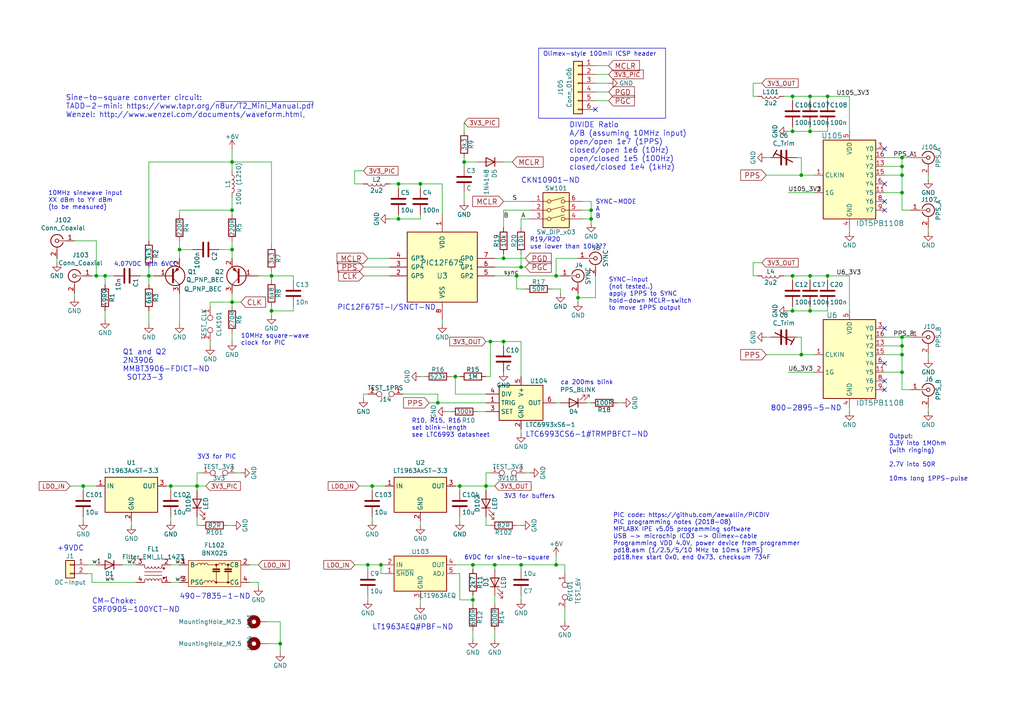
<source format=kicad_sch>
(kicad_sch (version 20230121) (generator eeschema)
  (paper "A4")
  (title_block (title "PICDIV - PPS-board - v3") (rev "2019-01") (company "anders.e.e.wallin \"at\" gmail.com") (comment 1 "2018-08-01 first proto-boards order") (comment 2 "2018-08 revision based on first protoboard, second protoboard run") (comment 3 "2019-01 version3 design, publish on github"))
  (junction (at 229.87 27.94))
  (junction (at 229.87 90.17))
  (junction (at 229.87 80.01))
  (junction (at 229.87 38.1))
  (junction (at 149.86 80.01))
  (junction (at 171.45 63.5))
  (junction (at 121.92 53.34))
  (junction (at 142.24 99.06))
  (junction (at 234.95 27.94))
  (junction (at 137.16 163.83))
  (junction (at 167.64 86.36))
  (junction (at 30.48 80.01))
  (junction (at 261.62 102.87))
  (junction (at 146.05 99.06))
  (junction (at 67.31 87.63))
  (junction (at 234.95 90.17))
  (junction (at 232.41 50.8))
  (junction (at 67.31 60.96))
  (junction (at 78.74 90.17))
  (junction (at 52.07 72.39))
  (junction (at 67.31 46.99))
  (junction (at 110.49 163.83))
  (junction (at 234.95 38.1))
  (junction (at 134.62 46.99))
  (junction (at 137.16 173.99))
  (junction (at 132.08 109.22))
  (junction (at 57.15 140.97))
  (junction (at 78.74 80.01))
  (junction (at 81.28 186.69))
  (junction (at 43.18 80.01))
  (junction (at 161.29 163.83))
  (junction (at 140.97 140.97))
  (junction (at 261.62 48.26))
  (junction (at 151.13 77.47))
  (junction (at 240.03 80.01))
  (junction (at 49.53 140.97))
  (junction (at 232.41 102.87))
  (junction (at 261.62 97.79))
  (junction (at 107.95 140.97))
  (junction (at 24.13 140.97))
  (junction (at 161.29 80.01))
  (junction (at 261.62 50.8))
  (junction (at 67.31 72.39))
  (junction (at 127 116.84))
  (junction (at 115.57 63.5))
  (junction (at 171.45 60.96))
  (junction (at 146.05 74.93))
  (junction (at 234.95 80.01))
  (junction (at 143.51 163.83))
  (junction (at 240.03 27.94))
  (junction (at 133.35 140.97))
  (junction (at 151.13 163.83))
  (junction (at 261.62 45.72))
  (junction (at 27.94 80.01))
  (junction (at 261.62 100.33))
  (junction (at 261.62 55.88))
  (junction (at 261.62 107.95))
  (junction (at 106.68 163.83))
  (junction (at 115.57 53.34))
  (no_connect (at 256.54 53.34))
  (no_connect (at 256.54 58.42))
  (no_connect (at 256.54 43.18))
  (no_connect (at 172.72 31.75))
  (no_connect (at 256.54 113.03))
  (no_connect (at 256.54 95.25))
  (no_connect (at 256.54 105.41))
  (no_connect (at 256.54 110.49))
  (no_connect (at 256.54 60.96))
  (wire (pts (xy 234.95 36.83) (xy 234.95 38.1)))
  (wire (pts (xy 161.29 80.01) (xy 149.86 80.01)))
  (wire (pts (xy 30.48 82.55) (xy 30.48 80.01)))
  (wire (pts (xy 176.53 21.59) (xy 172.72 21.59)))
  (wire (pts (xy 81.28 180.34) (xy 81.28 186.69)))
  (wire (pts (xy 256.54 45.72) (xy 261.62 45.72)))
  (wire (pts (xy 171.45 63.5) (xy 171.45 64.77)))
  (wire (pts (xy 151.13 125.73) (xy 151.13 124.46)))
  (wire (pts (xy 176.53 19.05) (xy 172.72 19.05)))
  (wire (pts (xy 240.03 90.17) (xy 240.03 88.9)))
  (polyline (pts (xy 156.21 13.97) (xy 193.04 13.97)))
  (wire (pts (xy 171.45 116.84) (xy 170.18 116.84)))
  (wire (pts (xy 140.97 99.06) (xy 142.24 99.06)))
  (wire (pts (xy 261.62 55.88) (xy 261.62 50.8)))
  (wire (pts (xy 148.59 46.99) (xy 146.05 46.99)))
  (wire (pts (xy 140.97 119.38) (xy 138.43 119.38)))
  (wire (pts (xy 106.68 163.83) (xy 102.87 163.83)))
  (wire (pts (xy 27.94 140.97) (xy 24.13 140.97)))
  (wire (pts (xy 21.59 86.36) (xy 21.59 85.09)))
  (wire (pts (xy 162.56 83.82) (xy 160.02 83.82)))
  (wire (pts (xy 261.62 60.96) (xy 261.62 55.88)))
  (wire (pts (xy 152.4 74.93) (xy 146.05 74.93)))
  (wire (pts (xy 78.74 71.12) (xy 78.74 46.99)))
  (wire (pts (xy 151.13 109.22) (xy 151.13 99.06)))
  (wire (pts (xy 234.95 38.1) (xy 240.03 38.1)))
  (wire (pts (xy 132.08 163.83) (xy 137.16 163.83)))
  (wire (pts (xy 261.62 45.72) (xy 264.16 45.72)))
  (wire (pts (xy 52.07 168.91) (xy 49.53 168.91)))
  (wire (pts (xy 264.16 60.96) (xy 261.62 60.96)))
  (wire (pts (xy 228.6 90.17) (xy 229.87 90.17)))
  (wire (pts (xy 246.38 119.38) (xy 246.38 118.11)))
  (wire (pts (xy 223.52 97.79) (xy 222.25 97.79)))
  (wire (pts (xy 74.93 80.01) (xy 78.74 80.01)))
  (wire (pts (xy 39.37 163.83) (xy 35.56 163.83)))
  (wire (pts (xy 256.54 107.95) (xy 261.62 107.95)))
  (wire (pts (xy 161.29 163.83) (xy 161.29 161.29)))
  (polyline (pts (xy 193.04 13.97) (xy 193.04 34.29)))
  (wire (pts (xy 78.74 80.01) (xy 85.09 80.01)))
  (wire (pts (xy 67.31 99.06) (xy 67.31 96.52)))
  (wire (pts (xy 25.4 163.83) (xy 27.94 163.83)))
  (wire (pts (xy 143.51 77.47) (xy 151.13 77.47)))
  (wire (pts (xy 261.62 107.95) (xy 261.62 102.87)))
  (wire (pts (xy 229.87 36.83) (xy 229.87 38.1)))
  (wire (pts (xy 246.38 80.01) (xy 240.03 80.01)))
  (wire (pts (xy 27.94 80.01) (xy 30.48 80.01)))
  (wire (pts (xy 134.62 45.72) (xy 134.62 46.99)))
  (wire (pts (xy 55.88 72.39) (xy 52.07 72.39)))
  (wire (pts (xy 128.27 93.98) (xy 128.27 92.71)))
  (wire (pts (xy 240.03 80.01) (xy 234.95 80.01)))
  (wire (pts (xy 143.51 185.42) (xy 143.51 182.88)))
  (wire (pts (xy 78.74 78.74) (xy 78.74 80.01)))
  (wire (pts (xy 140.97 140.97) (xy 140.97 142.24)))
  (wire (pts (xy 151.13 152.4) (xy 149.86 152.4)))
  (wire (pts (xy 111.76 163.83) (xy 110.49 163.83)))
  (wire (pts (xy 113.03 77.47) (xy 105.41 77.47)))
  (wire (pts (xy 151.13 173.99) (xy 151.13 172.72)))
  (wire (pts (xy 121.92 62.23) (xy 121.92 63.5)))
  (wire (pts (xy 168.91 58.42) (xy 171.45 58.42)))
  (wire (pts (xy 43.18 80.01) (xy 43.18 82.55)))
  (wire (pts (xy 163.83 163.83) (xy 163.83 166.37)))
  (wire (pts (xy 246.38 27.94) (xy 240.03 27.94)))
  (wire (pts (xy 142.24 109.22) (xy 140.97 109.22)))
  (wire (pts (xy 52.07 60.96) (xy 67.31 60.96)))
  (wire (pts (xy 16.51 76.2) (xy 16.51 74.93)))
  (wire (pts (xy 138.43 46.99) (xy 134.62 46.99)))
  (wire (pts (xy 261.62 102.87) (xy 261.62 100.33)))
  (wire (pts (xy 26.67 166.37) (xy 25.4 166.37)))
  (wire (pts (xy 229.87 81.28) (xy 229.87 80.01)))
  (wire (pts (xy 229.87 90.17) (xy 234.95 90.17)))
  (wire (pts (xy 102.87 53.34) (xy 105.41 53.34)))
  (wire (pts (xy 140.97 116.84) (xy 127 116.84)))
  (wire (pts (xy 232.41 102.87) (xy 222.25 102.87)))
  (wire (pts (xy 231.14 45.72) (xy 232.41 45.72)))
  (wire (pts (xy 161.29 74.93) (xy 161.29 80.01)))
  (wire (pts (xy 72.39 168.91) (xy 74.93 168.91)))
  (wire (pts (xy 137.16 173.99) (xy 137.16 175.26)))
  (wire (pts (xy 49.53 140.97) (xy 49.53 142.24)))
  (wire (pts (xy 40.64 80.01) (xy 43.18 80.01)))
  (wire (pts (xy 43.18 46.99) (xy 43.18 69.85)))
  (wire (pts (xy 52.07 60.96) (xy 52.07 62.23)))
  (wire (pts (xy 106.68 173.99) (xy 106.68 172.72)))
  (wire (pts (xy 49.53 140.97) (xy 57.15 140.97)))
  (wire (pts (xy 149.86 80.01) (xy 143.51 80.01)))
  (wire (pts (xy 67.31 152.4) (xy 66.04 152.4)))
  (wire (pts (xy 149.86 83.82) (xy 149.86 80.01)))
  (wire (pts (xy 142.24 99.06) (xy 146.05 99.06)))
  (wire (pts (xy 143.51 74.93) (xy 146.05 74.93)))
  (wire (pts (xy 143.51 163.83) (xy 151.13 163.83)))
  (wire (pts (xy 151.13 99.06) (xy 146.05 99.06)))
  (wire (pts (xy 133.35 173.99) (xy 137.16 173.99)))
  (wire (pts (xy 132.08 109.22) (xy 130.81 109.22)))
  (wire (pts (xy 232.41 50.8) (xy 222.25 50.8)))
  (wire (pts (xy 163.83 180.34) (xy 163.83 176.53)))
  (wire (pts (xy 21.59 69.85) (xy 27.94 69.85)))
  (wire (pts (xy 153.67 63.5) (xy 151.13 63.5)))
  (polyline (pts (xy 156.21 34.29) (xy 156.21 13.97)))
  (wire (pts (xy 142.24 99.06) (xy 142.24 109.22)))
  (wire (pts (xy 220.98 24.13) (xy 218.44 24.13)))
  (wire (pts (xy 113.03 74.93) (xy 106.68 74.93)))
  (wire (pts (xy 67.31 57.15) (xy 67.31 60.96)))
  (wire (pts (xy 102.87 49.53) (xy 102.87 53.34)))
  (wire (pts (xy 261.62 100.33) (xy 261.62 97.79)))
  (wire (pts (xy 151.13 163.83) (xy 151.13 165.1)))
  (wire (pts (xy 140.97 137.16) (xy 140.97 140.97)))
  (wire (pts (xy 261.62 48.26) (xy 261.62 45.72)))
  (wire (pts (xy 67.31 69.85) (xy 67.31 72.39)))
  (wire (pts (xy 256.54 50.8) (xy 261.62 50.8)))
  (wire (pts (xy 143.51 140.97) (xy 140.97 140.97)))
  (wire (pts (xy 229.87 88.9) (xy 229.87 90.17)))
  (wire (pts (xy 137.16 172.72) (xy 137.16 173.99)))
  (wire (pts (xy 132.08 166.37) (xy 133.35 166.37)))
  (wire (pts (xy 43.18 77.47) (xy 43.18 80.01)))
  (wire (pts (xy 133.35 151.13) (xy 133.35 149.86)))
  (wire (pts (xy 106.68 165.1) (xy 106.68 163.83)))
  (wire (pts (xy 121.92 63.5) (xy 115.57 63.5)))
  (wire (pts (xy 121.92 152.4) (xy 121.92 151.13)))
  (wire (pts (xy 105.41 114.3) (xy 105.41 115.57)))
  (wire (pts (xy 58.42 137.16) (xy 57.15 137.16)))
  (wire (pts (xy 127 114.3) (xy 127 116.84)))
  (wire (pts (xy 153.67 58.42) (xy 146.05 58.42)))
  (wire (pts (xy 146.05 74.93) (xy 146.05 73.66)))
  (wire (pts (xy 107.95 142.24) (xy 107.95 140.97)))
  (wire (pts (xy 264.16 113.03) (xy 261.62 113.03)))
  (wire (pts (xy 67.31 60.96) (xy 67.31 62.23)))
  (wire (pts (xy 107.95 151.13) (xy 107.95 149.86)))
  (wire (pts (xy 26.67 168.91) (xy 26.67 166.37)))
  (wire (pts (xy 116.84 114.3) (xy 127 114.3)))
  (wire (pts (xy 68.58 137.16) (xy 69.85 137.16)))
  (wire (pts (xy 256.54 100.33) (xy 261.62 100.33)))
  (wire (pts (xy 246.38 67.31) (xy 246.38 66.04)))
  (wire (pts (xy 261.62 97.79) (xy 264.16 97.79)))
  (wire (pts (xy 52.07 72.39) (xy 52.07 74.93)))
  (wire (pts (xy 256.54 97.79) (xy 261.62 97.79)))
  (wire (pts (xy 168.91 60.96) (xy 171.45 60.96)))
  (wire (pts (xy 67.31 87.63) (xy 67.31 88.9)))
  (wire (pts (xy 77.47 186.69) (xy 81.28 186.69)))
  (wire (pts (xy 246.38 38.1) (xy 246.38 27.94)))
  (wire (pts (xy 167.64 86.36) (xy 167.64 87.63)))
  (wire (pts (xy 130.81 119.38) (xy 129.54 119.38)))
  (wire (pts (xy 229.87 38.1) (xy 234.95 38.1)))
  (wire (pts (xy 232.41 45.72) (xy 232.41 50.8)))
  (wire (pts (xy 143.51 175.26) (xy 143.51 172.72)))
  (wire (pts (xy 133.35 140.97) (xy 140.97 140.97)))
  (wire (pts (xy 67.31 43.18) (xy 67.31 46.99)))
  (wire (pts (xy 127 116.84) (xy 124.46 116.84)))
  (wire (pts (xy 137.16 163.83) (xy 143.51 163.83)))
  (wire (pts (xy 234.95 88.9) (xy 234.95 90.17)))
  (wire (pts (xy 269.24 52.07) (xy 269.24 50.8)))
  (wire (pts (xy 234.95 81.28) (xy 234.95 80.01)))
  (wire (pts (xy 153.67 60.96) (xy 146.05 60.96)))
  (wire (pts (xy 269.24 104.14) (xy 269.24 102.87)))
  (wire (pts (xy 229.87 29.21) (xy 229.87 27.94)))
  (wire (pts (xy 240.03 27.94) (xy 234.95 27.94)))
  (wire (pts (xy 176.53 29.21) (xy 172.72 29.21)))
  (wire (pts (xy 234.95 27.94) (xy 229.87 27.94)))
  (wire (pts (xy 152.4 77.47) (xy 151.13 77.47)))
  (wire (pts (xy 232.41 97.79) (xy 232.41 102.87)))
  (wire (pts (xy 113.03 53.34) (xy 115.57 53.34)))
  (wire (pts (xy 146.05 60.96) (xy 146.05 66.04)))
  (wire (pts (xy 24.13 142.24) (xy 24.13 140.97)))
  (wire (pts (xy 132.08 140.97) (xy 133.35 140.97)))
  (wire (pts (xy 24.13 151.13) (xy 24.13 149.86)))
  (wire (pts (xy 228.6 38.1) (xy 229.87 38.1)))
  (wire (pts (xy 110.49 166.37) (xy 110.49 163.83)))
  (wire (pts (xy 161.29 163.83) (xy 163.83 163.83)))
  (wire (pts (xy 115.57 53.34) (xy 121.92 53.34)))
  (wire (pts (xy 256.54 48.26) (xy 261.62 48.26)))
  (wire (pts (xy 137.16 185.42) (xy 137.16 182.88)))
  (wire (pts (xy 132.08 114.3) (xy 140.97 114.3)))
  (wire (pts (xy 78.74 91.44) (xy 78.74 90.17)))
  (wire (pts (xy 220.98 76.2) (xy 218.44 76.2)))
  (wire (pts (xy 43.18 80.01) (xy 44.45 80.01)))
  (wire (pts (xy 146.05 99.06) (xy 146.05 100.33)))
  (wire (pts (xy 151.13 63.5) (xy 151.13 66.04)))
  (wire (pts (xy 133.35 140.97) (xy 133.35 142.24)))
  (wire (pts (xy 59.69 140.97) (xy 57.15 140.97)))
  (wire (pts (xy 134.62 58.42) (xy 134.62 55.88)))
  (wire (pts (xy 223.52 45.72) (xy 222.25 45.72)))
  (wire (pts (xy 52.07 85.09) (xy 52.07 93.98)))
  (wire (pts (xy 151.13 163.83) (xy 161.29 163.83)))
  (wire (pts (xy 234.95 80.01) (xy 229.87 80.01)))
  (wire (pts (xy 85.09 90.17) (xy 78.74 90.17)))
  (wire (pts (xy 218.44 76.2) (xy 218.44 80.01)))
  (wire (pts (xy 115.57 63.5) (xy 113.03 63.5)))
  (wire (pts (xy 234.95 29.21) (xy 234.95 27.94)))
  (wire (pts (xy 121.92 54.61) (xy 121.92 53.34)))
  (wire (pts (xy 85.09 80.01) (xy 85.09 81.28)))
  (wire (pts (xy 24.13 140.97) (xy 20.32 140.97)))
  (wire (pts (xy 26.67 80.01) (xy 27.94 80.01)))
  (wire (pts (xy 229.87 80.01) (xy 227.33 80.01)))
  (wire (pts (xy 30.48 92.71) (xy 30.48 90.17)))
  (wire (pts (xy 128.27 53.34) (xy 128.27 62.23)))
  (wire (pts (xy 123.19 109.22) (xy 121.92 109.22)))
  (wire (pts (xy 57.15 140.97) (xy 57.15 142.24)))
  (wire (pts (xy 60.96 99.06) (xy 60.96 100.33)))
  (wire (pts (xy 140.97 152.4) (xy 142.24 152.4)))
  (wire (pts (xy 63.5 72.39) (xy 67.31 72.39)))
  (wire (pts (xy 57.15 152.4) (xy 58.42 152.4)))
  (wire (pts (xy 162.56 80.01) (xy 161.29 80.01)))
  (wire (pts (xy 151.13 77.47) (xy 151.13 73.66)))
  (wire (pts (xy 52.07 163.83) (xy 49.53 163.83)))
  (wire (pts (xy 39.37 168.91) (xy 26.67 168.91)))
  (wire (pts (xy 234.95 90.17) (xy 240.03 90.17)))
  (wire (pts (xy 43.18 93.98) (xy 43.18 90.17)))
  (wire (pts (xy 110.49 163.83) (xy 106.68 163.83)))
  (wire (pts (xy 69.85 87.63) (xy 67.31 87.63)))
  (wire (pts (xy 219.71 27.94) (xy 218.44 27.94)))
  (wire (pts (xy 180.34 116.84) (xy 179.07 116.84)))
  (wire (pts (xy 140.97 149.86) (xy 140.97 152.4)))
  (wire (pts (xy 43.18 46.99) (xy 67.31 46.99)))
  (wire (pts (xy 219.71 80.01) (xy 218.44 80.01)))
  (wire (pts (xy 132.08 109.22) (xy 132.08 114.3)))
  (wire (pts (xy 168.91 63.5) (xy 171.45 63.5)))
  (wire (pts (xy 78.74 90.17) (xy 78.74 88.9)))
  (wire (pts (xy 152.4 83.82) (xy 149.86 83.82)))
  (wire (pts (xy 229.87 27.94) (xy 227.33 27.94)))
  (wire (pts (xy 133.35 166.37) (xy 133.35 173.99)))
  (wire (pts (xy 78.74 46.99) (xy 67.31 46.99)))
  (wire (pts (xy 115.57 54.61) (xy 115.57 53.34)))
  (wire (pts (xy 133.35 109.22) (xy 132.08 109.22)))
  (wire (pts (xy 269.24 67.31) (xy 269.24 66.04)))
  (wire (pts (xy 49.53 151.13) (xy 49.53 149.86)))
  (wire (pts (xy 52.07 69.85) (xy 52.07 72.39)))
  (wire (pts (xy 134.62 46.99) (xy 134.62 48.26)))
  (wire (pts (xy 67.31 46.99) (xy 67.31 49.53)))
  (wire (pts (xy 107.95 140.97) (xy 104.14 140.97)))
  (wire (pts (xy 143.51 163.83) (xy 143.51 165.1)))
  (wire (pts (xy 113.03 80.01) (xy 105.41 80.01)))
  (wire (pts (xy 105.41 49.53) (xy 102.87 49.53)))
  (wire (pts (xy 72.39 163.83) (xy 74.93 163.83)))
  (wire (pts (xy 57.15 137.16) (xy 57.15 140.97)))
  (wire (pts (xy 231.14 97.79) (xy 232.41 97.79)))
  (wire (pts (xy 111.76 166.37) (xy 110.49 166.37)))
  (wire (pts (xy 162.56 85.09) (xy 162.56 83.82)))
  (wire (pts (xy 236.22 102.87) (xy 232.41 102.87)))
  (wire (pts (xy 121.92 53.34) (xy 128.27 53.34)))
  (wire (pts (xy 167.64 85.09) (xy 167.64 86.36)))
  (wire (pts (xy 121.92 175.26) (xy 121.92 173.99)))
  (wire (pts (xy 240.03 80.01) (xy 240.03 81.28)))
  (wire (pts (xy 85.09 88.9) (xy 85.09 90.17)))
  (wire (pts (xy 67.31 72.39) (xy 67.31 74.93)))
  (wire (pts (xy 60.96 87.63) (xy 60.96 88.9)))
  (wire (pts (xy 67.31 87.63) (xy 60.96 87.63)))
  (wire (pts (xy 134.62 38.1) (xy 134.62 35.56)))
  (wire (pts (xy 27.94 69.85) (xy 27.94 80.01)))
  (wire (pts (xy 269.24 119.38) (xy 269.24 118.11)))
  (wire (pts (xy 77.47 180.34) (xy 81.28 180.34)))
  (wire (pts (xy 162.56 116.84) (xy 161.29 116.84)))
  (wire (pts (xy 256.54 55.88) (xy 261.62 55.88)))
  (wire (pts (xy 246.38 90.17) (xy 246.38 80.01)))
  (wire (pts (xy 57.15 149.86) (xy 57.15 152.4)))
  (wire (pts (xy 78.74 80.01) (xy 78.74 81.28)))
  (wire (pts (xy 261.62 113.03) (xy 261.62 107.95)))
  (wire (pts (xy 152.4 137.16) (xy 153.67 137.16)))
  (wire (pts (xy 115.57 62.23) (xy 115.57 63.5)))
  (wire (pts (xy 67.31 85.09) (xy 67.31 87.63)))
  (wire (pts (xy 161.29 74.93) (xy 167.64 74.93)))
  (wire (pts (xy 142.24 137.16) (xy 140.97 137.16)))
  (wire (pts (xy 236.22 50.8) (xy 232.41 50.8)))
  (wire (pts (xy 74.93 168.91) (xy 74.93 170.18)))
  (wire (pts (xy 48.26 140.97) (xy 49.53 140.97)))
  (wire (pts (xy 81.28 186.69) (xy 81.28 189.23)))
  (wire (pts (xy 176.53 26.67) (xy 172.72 26.67)))
  (wire (pts (xy 38.1 152.4) (xy 38.1 151.13)))
  (wire (pts (xy 137.16 163.83) (xy 137.16 165.1)))
  (polyline (pts (xy 193.04 34.29) (xy 156.21 34.29)))
  (wire (pts (xy 256.54 102.87) (xy 261.62 102.87)))
  (wire (pts (xy 30.48 80.01) (xy 33.02 80.01)))
  (wire (pts (xy 171.45 60.96) (xy 171.45 63.5)))
  (wire (pts (xy 236.22 55.88) (xy 228.6 55.88)))
  (wire (pts (xy 106.68 114.3) (xy 105.41 114.3)))
  (wire (pts (xy 240.03 38.1) (xy 240.03 36.83)))
  (wire (pts (xy 176.53 24.13) (xy 172.72 24.13)))
  (wire (pts (xy 111.76 140.97) (xy 107.95 140.97)))
  (wire (pts (xy 240.03 27.94) (xy 240.03 29.21)))
  (wire (pts (xy 218.44 24.13) (xy 218.44 27.94)))
  (wire (pts (xy 236.22 107.95) (xy 228.6 107.95)))
  (wire (pts (xy 172.72 80.01) (xy 172.72 86.36)))
  (wire (pts (xy 261.62 50.8) (xy 261.62 48.26)))
  (wire (pts (xy 171.45 58.42) (xy 171.45 60.96)))
  (wire (pts (xy 172.72 86.36) (xy 167.64 86.36)))
  (text "LT1963AEQ#PBF-ND" (at 107.95 182.88 0) (effects (font (size 1.524 1.524)) (justify left bottom)))
  (text "PIC code: https://github.com/aewallin/PICDIV\nPIC programming notes (2018-08)\nMPLABX IPE v5.05 programming software\nUSB -> microchip ICD3 -> Olimex-cable\nProgramming VDD 4.0V, power device from programmer\npd18.asm (1/2.5/5/10 MHz to 10ms 1PPS)\npd18.hex start 0x0, end 0x73. checksum 734F\n" (at 177.8 162.56 0) (effects (font (size 1.27 1.27)) (justify left bottom)))
  (text "+9VDC" (at 16.51 160.02 0) (effects (font (size 1.524 1.524)) (justify left bottom)))
  (text "10MHz square-wave \nclock for PIC" (at 69.85 100.33 0) (effects (font (size 1.27 1.27)) (justify left bottom)))
  (text "DIVIDE Ratio\nA/B (assuming 10MHz input)\nopen/open 1e7 (1PPS)\nclosed/open 1e6 (10Hz)\nopen/closed 1e5 (100Hz)\nclosed/closed 1e4 (1kHz)\n" (at 165.1 49.53 0) (effects (font (size 1.524 1.524)) (justify left bottom)))
  (text "Output:\n3.3V into 1MOhm \n(with ringing)\n\n2.7V into 50R\n\n10ms long 1PPS-pulse" (at 257.81 139.7 0) (effects (font (size 1.27 1.27)) (justify left bottom)))
  (text "ca 200ms blink" (at 162.56 111.76 0) (effects (font (size 1.27 1.27)) (justify left bottom)))
  (text "SYNC-MODE\nA\nB" (at 172.72 63.5 0) (effects (font (size 1.27 1.27)) (justify left bottom)))
  (text "R10, R15, R16\nset blink-length\nsee LTC6993 datasheet" (at 119.38 127 0) (effects (font (size 1.27 1.27)) (justify left bottom)))
  (text "LTC6993CS6-1#TRMPBFCT-ND" (at 152.4 127 0) (effects (font (size 1.524 1.524)) (justify left bottom)))
  (text "CKN10901-ND " (at 151.13 53.34 0) (effects (font (size 1.524 1.524)) (justify left bottom)))
  (text "3V3 for buffers" (at 146.05 144.78 0) (effects (font (size 1.27 1.27)) (justify left bottom)))
  (text "Sine-to-square converter circuit:\nTADD-2-mini: https://www.tapr.org/~{n8ur/T2_Mini_Manual.pdf} \nWenzel: http://www.wenzel.com/documents/waveform.html," (at 19.05 34.29 0) (effects (font (size 1.524 1.524)) (justify left bottom)))
  (text "CM-Choke:\nSRF0905-100YCT-ND " (at 26.67 177.8 0) (effects (font (size 1.524 1.524)) (justify left bottom)))
  (text "490-7835-1-ND" (at 52.07 173.99 0) (effects (font (size 1.524 1.524)) (justify left bottom)))
  (text "Olimex-style 100mil ICSP header" (at 157.48 16.51 0) (effects (font (size 1.27 1.27)) (justify left bottom)))
  (text "R19/R20\nuse lower than 10k???" (at 153.67 72.39 0) (effects (font (size 1.27 1.27)) (justify left bottom)))
  (text "\nQ1 and Q2\n2N3906\nMMBT3906-FDICT-ND  \n SOT23-3" (at 35.56 110.49 0) (effects (font (size 1.524 1.524)) (justify left bottom)))
  (text "800-2895-5-ND" (at 223.52 119.38 0) (effects (font (size 1.524 1.524)) (justify left bottom)))
  (text "6VDC for sine-to-square" (at 134.62 162.56 0) (effects (font (size 1.27 1.27)) (justify left bottom)))
  (text "3V3 for PIC" (at 57.15 133.35 0) (effects (font (size 1.27 1.27)) (justify left bottom)))
  (text "10MHz sinewave input\nXX dBm to YY dBm \n(to be measured)" (at 13.97 60.96 0) (effects (font (size 1.27 1.27)) (justify left bottom)))
  (text "PIC12F675T-I/SNCT-ND" (at 97.79 90.17 0) (effects (font (size 1.524 1.524)) (justify left bottom)))
  (text "SYNC-input\n(not tested..)\napply 1PPS to SYNC\nhold-down MCLR-switch\nto move 1PPS output" (at 176.53 90.17 0) (effects (font (size 1.27 1.27)) (justify left bottom)))
  (text "4.07VDC with 6VCC" (at 33.02 77.47 0) (effects (font (size 1.27 1.27)) (justify left bottom)))
  (label "U105_3V3" (at 242.57 27.94 0))
  (label "PPS_B" (at 259.08 97.79 0))
  (label "U6_3V3" (at 242.57 80.01 0))
  (label "B" (at 146.05 63.5 0))
  (label "w1" (at 26.67 163.83 0))
  (label "U6_3V3" (at 228.6 107.95 0))
  (label "sync" (at 146.05 80.01 0))
  (label "PPS_A" (at 259.08 45.72 0))
  (label "w4" (at 30.48 168.91 0))
  (label "w3" (at 50.8 163.83 0))
  (label "S" (at 148.59 58.42 0))
  (label "A" (at 151.13 63.5 0))
  (label "w5" (at 50.8 168.91 0))
  (label "U105_3V3" (at 228.6 55.88 0))
  (label "w2" (at 36.83 163.83 0))
  (global_label "3V3_PIC" (shape input) (at 105.41 49.53 0) (property "Intersheetrefs" "${INTERSHEET_REFS}" (effects hide)))
  (global_label "3V3_PIC" (shape input) (at 59.69 140.97 0) (property "Intersheetrefs" "${INTERSHEET_REFS}" (effects hide)))
  (global_label "PPS" (shape input) (at 105.41 77.47 180) (effects (font (size 1.524 1.524))) (property "Intersheetrefs" "${INTERSHEET_REFS}" (effects hide)))
  (global_label "LDO_IN" (shape input) (at 74.93 163.83 0) (property "Intersheetrefs" "${INTERSHEET_REFS}" (effects hide)))
  (global_label "3V3_OUT" (shape input) (at 143.51 140.97 0) (property "Intersheetrefs" "${INTERSHEET_REFS}" (effects hide)))
  (global_label "3V3_PIC" (shape input) (at 134.62 35.56 0) (property "Intersheetrefs" "${INTERSHEET_REFS}" (effects hide)))
  (global_label "PPS" (shape input) (at 222.25 50.8 180) (effects (font (size 1.524 1.524))) (property "Intersheetrefs" "${INTERSHEET_REFS}" (effects hide)))
  (global_label "3V3_OUT" (shape input) (at 220.98 76.2 0) (property "Intersheetrefs" "${INTERSHEET_REFS}" (effects hide)))
  (global_label "PPS" (shape input) (at 222.25 102.87 180) (effects (font (size 1.524 1.524))) (property "Intersheetrefs" "${INTERSHEET_REFS}" (effects hide)))
  (global_label "PPS" (shape input) (at 124.46 116.84 180) (effects (font (size 1.524 1.524))) (property "Intersheetrefs" "${INTERSHEET_REFS}" (effects hide)))
  (global_label "CLK" (shape input) (at 105.41 80.01 180) (effects (font (size 1.524 1.524))) (property "Intersheetrefs" "${INTERSHEET_REFS}" (effects hide)))
  (global_label "MCLR" (shape input) (at 146.05 58.42 180) (effects (font (size 1.524 1.524))) (property "Intersheetrefs" "${INTERSHEET_REFS}" (effects hide)))
  (global_label "CLK" (shape input) (at 69.85 87.63 0) (effects (font (size 1.524 1.524))) (property "Intersheetrefs" "${INTERSHEET_REFS}" (effects hide)))
  (global_label "3V3_PIC" (shape input) (at 176.53 21.59 0) (property "Intersheetrefs" "${INTERSHEET_REFS}" (effects hide)))
  (global_label "MCLR" (shape input) (at 148.59 46.99 0) (effects (font (size 1.524 1.524))) (property "Intersheetrefs" "${INTERSHEET_REFS}" (effects hide)))
  (global_label "PGD" (shape input) (at 152.4 74.93 0) (effects (font (size 1.524 1.524))) (property "Intersheetrefs" "${INTERSHEET_REFS}" (effects hide)))
  (global_label "3V3_OUT" (shape input) (at 220.98 24.13 0) (property "Intersheetrefs" "${INTERSHEET_REFS}" (effects hide)))
  (global_label "PGC" (shape input) (at 176.53 29.21 0) (effects (font (size 1.524 1.524))) (property "Intersheetrefs" "${INTERSHEET_REFS}" (effects hide)))
  (global_label "LDO_IN" (shape input) (at 102.87 163.83 180) (property "Intersheetrefs" "${INTERSHEET_REFS}" (effects hide)))
  (global_label "LDO_IN" (shape input) (at 20.32 140.97 180) (property "Intersheetrefs" "${INTERSHEET_REFS}" (effects hide)))
  (global_label "PGC" (shape input) (at 152.4 77.47 0) (effects (font (size 1.524 1.524))) (property "Intersheetrefs" "${INTERSHEET_REFS}" (effects hide)))
  (global_label "LDO_IN" (shape input) (at 104.14 140.97 180) (property "Intersheetrefs" "${INTERSHEET_REFS}" (effects hide)))
  (global_label "PGD" (shape input) (at 176.53 26.67 0) (effects (font (size 1.524 1.524))) (property "Intersheetrefs" "${INTERSHEET_REFS}" (effects hide)))
  (global_label "MCLR" (shape input) (at 106.68 74.93 180) (effects (font (size 1.524 1.524))) (property "Intersheetrefs" "${INTERSHEET_REFS}" (effects hide)))
  (global_label "MCLR" (shape input) (at 176.53 19.05 0) (effects (font (size 1.524 1.524))) (property "Intersheetrefs" "${INTERSHEET_REFS}" (effects hide)))
  (global_label "3V3_OUT" (shape input) (at 140.97 99.06 180) (property "Intersheetrefs" "${INTERSHEET_REFS}" (effects hide)))
  (symbol (lib_id "MCU_Microchip_PIC12:PIC12F675-ISN") (at 128.27 77.47 0) (mirror y) (unit 1)
    (property "Reference" "U3" (at 128.27 80.01 0) (effects (font (size 1.524 1.524))))
    (property "Value" "PIC12F675" (at 128.27 76.2 0) (effects (font (size 1.524 1.524))))
    (property "Footprint" "Package_SO:SOIC-8_3.9x4.9mm_P1.27mm" (effects hide))
  )
  (symbol (lib_id "Device:C") (at 121.92 58.42 0) (unit 1)
    (property "Reference" "C4" (at 122.555 55.88 0) (effects (justify left)))
    (property "Value" "100n" (at 122.555 60.96 0) (effects (justify left)))
    (property "Footprint" "Capacitor_SMD:C_0805_2012Metric" (effects hide))
  )
  (symbol (lib_id "Device:C") (at 115.57 58.42 0) (unit 1)
    (property "Reference" "C5" (at 116.205 55.88 0) (effects (justify left)))
    (property "Value" "10u" (at 116.205 60.96 0) (effects (justify left)))
    (property "Footprint" "Capacitor_SMD:C_0805_2012Metric" (effects hide))
  )
  (symbol (lib_id "Device:L") (at 109.22 53.34 270) (unit 1)
    (property "Reference" "L2" (at 109.22 52.07 90))
    (property "Value" "2u2" (at 109.22 55.245 90))
    (property "Footprint" "Inductor_SMD:L_0805_2012Metric" (effects hide))
  )
  (symbol (lib_id "power:GND") (at 21.59 86.36 0) (unit 1)
    (property "Reference" "#PWR03" (effects hide))
    (property "Value" "GND" (at 21.59 90.17 0))
  )
  (symbol (lib_id "Device:R") (at 30.48 86.36 0) (unit 1)
    (property "Reference" "R1" (at 32.512 86.36 90))
    (property "Value" "49R9" (at 30.48 86.36 90))
    (property "Footprint" "Resistor_SMD:R_0805_2012Metric" (effects hide))
  )
  (symbol (lib_id "Device:C") (at 36.83 80.01 270) (unit 1)
    (property "Reference" "C1" (at 39.37 80.645 0) (effects (justify left)))
    (property "Value" "10n" (at 34.29 80.645 0) (effects (justify left)))
    (property "Footprint" "Capacitor_SMD:C_0805_2012Metric" (effects hide))
  )
  (symbol (lib_id "Device:R") (at 43.18 86.36 0) (unit 1)
    (property "Reference" "R3" (at 45.212 86.36 90))
    (property "Value" "6k8" (at 43.18 86.36 90))
    (property "Footprint" "Resistor_SMD:R_0805_2012Metric" (effects hide))
  )
  (symbol (lib_id "Device:R") (at 43.18 73.66 0) (unit 1)
    (property "Reference" "R2" (at 45.212 73.66 90))
    (property "Value" "3k3" (at 43.18 73.66 90))
    (property "Footprint" "Resistor_SMD:R_0805_2012Metric" (effects hide))
  )
  (symbol (lib_id "Device:R") (at 52.07 66.04 0) (unit 1)
    (property "Reference" "R4" (at 54.102 66.04 90))
    (property "Value" "220R" (at 52.07 66.04 90))
    (property "Footprint" "Resistor_SMD:R_0805_2012Metric" (effects hide))
  )
  (symbol (lib_id "Device:C") (at 59.69 72.39 270) (unit 1)
    (property "Reference" "C2" (at 62.23 73.025 0) (effects (justify left)))
    (property "Value" "100n" (at 57.15 73.025 0) (effects (justify left)))
    (property "Footprint" "Capacitor_SMD:C_0805_2012Metric" (effects hide))
  )
  (symbol (lib_id "Device:R") (at 67.31 66.04 0) (unit 1)
    (property "Reference" "R5" (at 69.342 66.04 90))
    (property "Value" "220R" (at 67.31 66.04 90))
    (property "Footprint" "Resistor_SMD:R_0805_2012Metric" (effects hide))
  )
  (symbol (lib_id "Device:R") (at 78.74 85.09 0) (unit 1)
    (property "Reference" "R8" (at 80.772 85.09 90))
    (property "Value" "6k8" (at 78.74 85.09 90))
    (property "Footprint" "Resistor_SMD:R_0805_2012Metric" (effects hide))
  )
  (symbol (lib_id "Device:R") (at 78.74 74.93 0) (unit 1)
    (property "Reference" "R7" (at 80.772 74.93 90))
    (property "Value" "3k3" (at 78.74 74.93 90))
    (property "Footprint" "Resistor_SMD:R_0805_2012Metric" (effects hide))
  )
  (symbol (lib_id "Device:L") (at 67.31 53.34 0) (unit 1)
    (property "Reference" "L1" (at 66.04 53.34 90))
    (property "Value" "100u (1210)" (at 69.215 53.34 90))
    (property "Footprint" "Inductor_SMD:L_1210_3225Metric" (effects hide))
  )
  (symbol (lib_id "Device:R") (at 67.31 92.71 0) (unit 1)
    (property "Reference" "R6" (at 69.342 92.71 90))
    (property "Value" "270R" (at 67.31 92.71 90))
    (property "Footprint" "Resistor_SMD:R_0805_2012Metric" (effects hide))
  )
  (symbol (lib_id "power:GND") (at 30.48 92.71 0) (unit 1)
    (property "Reference" "#PWR04" (effects hide))
    (property "Value" "GND" (at 30.48 96.52 0))
  )
  (symbol (lib_id "power:GND") (at 43.18 93.98 0) (unit 1)
    (property "Reference" "#PWR05" (effects hide))
    (property "Value" "GND" (at 43.18 97.79 0))
  )
  (symbol (lib_id "power:GND") (at 52.07 93.98 0) (unit 1)
    (property "Reference" "#PWR06" (effects hide))
    (property "Value" "GND" (at 52.07 97.79 0))
  )
  (symbol (lib_id "power:GND") (at 67.31 99.06 0) (unit 1)
    (property "Reference" "#PWR07" (effects hide))
    (property "Value" "GND" (at 67.31 102.87 0))
  )
  (symbol (lib_id "power:GND") (at 78.74 91.44 0) (unit 1)
    (property "Reference" "#PWR08" (effects hide))
    (property "Value" "GND" (at 78.74 95.25 0))
  )
  (symbol (lib_id "power:+6V") (at 67.31 43.18 0) (unit 1)
    (property "Reference" "#PWR09" (effects hide))
    (property "Value" "+6V" (at 67.31 39.624 0))
  )
  (symbol (lib_id "Connector_Generic:Conn_01x02") (at 20.32 163.83 0) (mirror y) (unit 1)
    (property "Reference" "J1" (at 20.32 161.29 0))
    (property "Value" "DC-Input" (at 20.32 168.91 0))
    (property "Footprint" "Connectors_Terminal_Blocks:TerminalBlock_bornier-2_P5.08mm" (effects hide))
  )
  (symbol (lib_id "power:GND") (at 74.93 170.18 0) (unit 1)
    (property "Reference" "#PWR011" (effects hide))
    (property "Value" "GND" (at 74.93 173.99 0))
  )
  (symbol (lib_id "Device:R") (at 137.16 168.91 0) (unit 1)
    (property "Reference" "R11" (at 139.192 168.91 90))
    (property "Value" "2k7" (at 137.16 168.91 90))
    (property "Footprint" "Resistor_SMD:R_0805_2012Metric" (effects hide))
  )
  (symbol (lib_id "Device:R") (at 137.16 179.07 0) (unit 1)
    (property "Reference" "R12" (at 139.192 179.07 90))
    (property "Value" "680R" (at 137.16 179.07 90))
    (property "Footprint" "Resistor_SMD:R_0805_2012Metric" (effects hide))
  )
  (symbol (lib_id "Device:C") (at 151.13 168.91 0) (mirror x) (unit 1)
    (property "Reference" "C7" (at 151.765 171.45 0) (effects (justify left)))
    (property "Value" "10u" (at 151.765 166.37 0) (effects (justify left)))
    (property "Footprint" "Capacitor_SMD:C_0805_2012Metric" (effects hide))
  )
  (symbol (lib_id "Device:C") (at 106.68 168.91 0) (unit 1)
    (property "Reference" "C9" (at 107.315 166.37 0) (effects (justify left)))
    (property "Value" "10u" (at 107.315 171.45 0) (effects (justify left)))
    (property "Footprint" "Capacitor_SMD:C_0805_2012Metric" (effects hide))
  )
  (symbol (lib_id "Device:LED") (at 143.51 168.91 90) (unit 1)
    (property "Reference" "D3" (at 140.97 168.91 0))
    (property "Value" "LED" (at 146.05 168.91 0))
    (property "Footprint" "LED_SMD:LED_0805_2012Metric" (effects hide))
  )
  (symbol (lib_id "power:GND") (at 137.16 185.42 0) (unit 1)
    (property "Reference" "#PWR013" (effects hide))
    (property "Value" "GND" (at 137.16 189.23 0))
  )
  (symbol (lib_id "Device:R") (at 143.51 179.07 0) (unit 1)
    (property "Reference" "R14" (at 145.542 179.07 90))
    (property "Value" "200R" (at 143.51 179.07 90))
    (property "Footprint" "Resistor_SMD:R_0805_2012Metric" (effects hide))
  )
  (symbol (lib_id "power:GND") (at 143.51 185.42 0) (unit 1)
    (property "Reference" "#PWR014" (effects hide))
    (property "Value" "GND" (at 143.51 189.23 0))
  )
  (symbol (lib_id "power:GND") (at 151.13 173.99 0) (unit 1)
    (property "Reference" "#PWR015" (effects hide))
    (property "Value" "GND" (at 151.13 177.8 0))
  )
  (symbol (lib_id "power:+6V") (at 161.29 161.29 0) (unit 1)
    (property "Reference" "#PWR017" (effects hide))
    (property "Value" "+6V" (at 161.29 157.734 0))
  )
  (symbol (lib_id "Device:D") (at 31.75 163.83 180) (unit 1)
    (property "Reference" "D1" (at 31.75 166.37 0))
    (property "Value" "D" (at 31.75 161.29 0))
    (property "Footprint" "awallinKiCadFootprints:DIODE_DO-214BA" (effects hide))
  )
  (symbol (lib_id "Device:R") (at 134.62 41.91 0) (unit 1)
    (property "Reference" "R9" (at 136.652 41.91 90))
    (property "Value" "3k3" (at 134.62 41.91 90))
    (property "Footprint" "Resistor_SMD:R_0805_2012Metric" (effects hide))
  )
  (symbol (lib_id "Device:C") (at 134.62 52.07 0) (unit 1)
    (property "Reference" "C3" (at 135.255 49.53 0) (effects (justify left)))
    (property "Value" "C" (at 135.255 54.61 0) (effects (justify left)))
    (property "Footprint" "Capacitor_SMD:C_0805_2012Metric" (effects hide))
  )
  (symbol (lib_id "power:GND") (at 134.62 58.42 0) (unit 1)
    (property "Reference" "#PWR019" (effects hide))
    (property "Value" "GND" (at 134.62 62.23 0))
  )
  (symbol (lib_id "power:GND") (at 176.53 24.13 90) (unit 1)
    (property "Reference" "#PWR021" (effects hide))
    (property "Value" "GND" (at 181.61 24.13 90))
  )
  (symbol (lib_id "Interface:5PB1108PGxx") (at 246.38 105.41 0) (unit 1)
    (property "Reference" "U6" (at 241.3 91.44 0) (effects (font (size 1.524 1.524))))
    (property "Value" "IDT5PB1108" (at 255.27 116.84 0) (effects (font (size 1.524 1.524))))
    (property "Footprint" "Package_SO:TSSOP-16_4.4x5mm_P0.65mm" (effects hide))
  )
  (symbol (lib_id "Connector:Conn_Coaxial") (at 269.24 113.03 0) (unit 1)
    (property "Reference" "J6" (at 269.494 109.982 0))
    (property "Value" "PPS_B" (at 272.161 113.03 90))
    (property "Footprint" "Connector_Coaxial:SMA_Molex_73251-2200_Horizontal" (effects hide))
  )
  (symbol (lib_id "Device:L") (at 223.52 80.01 270) (unit 1)
    (property "Reference" "L4" (at 223.52 78.74 90))
    (property "Value" "2u2" (at 223.52 81.915 90))
    (property "Footprint" "Inductor_SMD:L_0805_2012Metric" (effects hide))
  )
  (symbol (lib_id "Device:C") (at 229.87 85.09 0) (unit 1)
    (property "Reference" "C12" (at 230.505 82.55 0) (effects (justify left)))
    (property "Value" "100n" (at 230.505 87.63 0) (effects (justify left)))
    (property "Footprint" "Capacitor_SMD:C_0805_2012Metric" (effects hide))
  )
  (symbol (lib_id "Device:C") (at 234.95 85.09 0) (unit 1)
    (property "Reference" "C17" (at 235.585 82.55 0) (effects (justify left)))
    (property "Value" "100n" (at 235.585 87.63 0) (effects (justify left)))
    (property "Footprint" "Capacitor_SMD:C_0805_2012Metric" (effects hide))
  )
  (symbol (lib_id "Device:C") (at 240.03 85.09 0) (unit 1)
    (property "Reference" "C20" (at 240.665 82.55 0) (effects (justify left)))
    (property "Value" "100n" (at 240.665 87.63 0) (effects (justify left)))
    (property "Footprint" "Capacitor_SMD:C_0805_2012Metric" (effects hide))
  )
  (symbol (lib_id "power:GND") (at 269.24 119.38 0) (unit 1)
    (property "Reference" "#PWR023" (effects hide))
    (property "Value" "GND" (at 269.24 123.19 0))
  )
  (symbol (lib_id "power:GND") (at 246.38 119.38 0) (unit 1)
    (property "Reference" "#PWR024" (effects hide))
    (property "Value" "GND" (at 246.38 123.19 0))
  )
  (symbol (lib_id "power:GND") (at 222.25 97.79 270) (unit 1)
    (property "Reference" "#PWR031" (effects hide))
    (property "Value" "GND" (at 218.44 97.79 0))
  )
  (symbol (lib_id "Device:LED") (at 166.37 116.84 180) (unit 1)
    (property "Reference" "D4" (at 166.37 119.38 0))
    (property "Value" "PPS_BLINK" (at 167.64 113.03 0))
    (property "Footprint" "LED_SMD:LED_0805_2012Metric" (effects hide))
  )
  (symbol (lib_id "Device:R") (at 175.26 116.84 270) (unit 1)
    (property "Reference" "R18" (at 175.26 118.872 90))
    (property "Value" "100R" (at 175.26 116.84 90))
    (property "Footprint" "Resistor_SMD:R_0805_2012Metric" (effects hide))
  )
  (symbol (lib_id "power:GND") (at 180.34 116.84 90) (unit 1)
    (property "Reference" "#PWR033" (effects hide))
    (property "Value" "GND" (at 184.15 116.84 0))
  )
  (symbol (lib_id "Device:R") (at 137.16 109.22 90) (unit 1)
    (property "Reference" "R15" (at 137.16 107.188 90))
    (property "Value" "1M" (at 137.16 109.22 90))
    (property "Footprint" "Resistor_SMD:R_0805_2012Metric" (effects hide))
  )
  (symbol (lib_id "Device:R") (at 127 109.22 90) (unit 1)
    (property "Reference" "R16" (at 127 107.188 90))
    (property "Value" "523k" (at 127 109.22 90))
    (property "Footprint" "Resistor_SMD:R_0805_2012Metric" (effects hide))
  )
  (symbol (lib_id "Device:R") (at 134.62 119.38 90) (unit 1)
    (property "Reference" "R10" (at 135.89 121.92 90))
    (property "Value" "300k" (at 134.62 119.38 90))
    (property "Footprint" "Resistor_SMD:R_0805_2012Metric" (effects hide))
  )
  (symbol (lib_id "power:GND") (at 129.54 119.38 270) (unit 1)
    (property "Reference" "#PWR034" (effects hide))
    (property "Value" "GND" (at 125.73 119.38 0))
  )
  (symbol (lib_id "Device:C") (at 146.05 104.14 0) (unit 1)
    (property "Reference" "C10" (at 146.685 101.6 0) (effects (justify left)))
    (property "Value" "C" (at 146.685 106.68 0) (effects (justify left)))
    (property "Footprint" "Capacitor_SMD:C_0805_2012Metric" (effects hide))
  )
  (symbol (lib_id "power:GND") (at 146.05 107.95 0) (unit 1)
    (property "Reference" "#PWR037" (effects hide))
    (property "Value" "GND" (at 146.05 111.76 0))
  )
  (symbol (lib_id "power:GND") (at 151.13 125.73 0) (unit 1)
    (property "Reference" "#PWR038" (effects hide))
    (property "Value" "GND" (at 151.13 129.54 0))
  )
  (symbol (lib_id "Connector:Conn_Coaxial") (at 269.24 97.79 0) (unit 1)
    (property "Reference" "J10" (at 269.494 94.742 0))
    (property "Value" "PPS_B" (at 272.161 97.79 90))
    (property "Footprint" "Connector_Coaxial:BNC_Amphenol_B6252HB-NPP3G-50_Horizontal" (effects hide))
  )
  (symbol (lib_id "Connector:Conn_Coaxial") (at 172.72 74.93 0) (unit 1)
    (property "Reference" "J8" (at 172.974 71.882 0))
    (property "Value" "SYNC" (at 175.641 74.93 90))
    (property "Footprint" "Connector_Coaxial:BNC_Amphenol_B6252HB-NPP3G-50_Horizontal" (effects hide))
  )
  (symbol (lib_id "Connector:TestPoint_2Pole") (at 60.96 93.98 270) (unit 1)
    (property "Reference" "CLK101" (at 63.5 93.98 0))
    (property "Value" "TEST_CLK" (at 59.182 93.98 0))
    (property "Footprint" "TestPoint:TestPoint_2Pads_Pitch2.54mm_Drill0.8mm" (effects hide))
  )
  (symbol (lib_id "power:GND") (at 60.96 100.33 0) (unit 1)
    (property "Reference" "#PWR048" (effects hide))
    (property "Value" "GND" (at 60.96 104.14 0))
  )
  (symbol (lib_id "Connector:TestPoint_2Pole") (at 63.5 137.16 0) (mirror x) (unit 1)
    (property "Reference" "3V3" (at 63.5 138.684 0))
    (property "Value" "TEST_3V3" (at 63.5 135.382 0))
    (property "Footprint" "TestPoint:TestPoint_2Pads_Pitch2.54mm_Drill0.8mm" (effects hide))
  )
  (symbol (lib_id "Connector:TestPoint_2Pole") (at 163.83 171.45 270) (unit 1)
    (property "Reference" "6V101" (at 165.354 171.45 0))
    (property "Value" "TEST_6V" (at 167.64 171.45 0))
    (property "Footprint" "TestPoint:TestPoint_2Pads_Pitch2.54mm_Drill0.8mm" (effects hide))
  )
  (symbol (lib_id "power:GND") (at 163.83 180.34 0) (unit 1)
    (property "Reference" "#PWR049" (effects hide))
    (property "Value" "GND" (at 163.83 184.15 0))
  )
  (symbol (lib_id "Connector:TestPoint_2Pole") (at 111.76 114.3 180) (unit 1)
    (property "Reference" "J14" (at 111.76 115.824 0))
    (property "Value" "TEST_1PPS" (at 111.76 112.522 0))
    (property "Footprint" "TestPoint:TestPoint_2Pads_Pitch2.54mm_Drill0.8mm" (effects hide))
  )
  (symbol (lib_id "Switch:SW_DIP_x03") (at 161.29 63.5 0) (unit 1)
    (property "Reference" "SW101" (at 161.29 54.61 0))
    (property "Value" "SW_DIP_x03" (at 161.29 67.31 0))
    (property "Footprint" "Button_Switch_SMD:SW_DIP_SPSTx03_Slide_6.7x9.18mm_W8.61mm_P2.54mm_LowProfile" (effects hide))
  )
  (symbol (lib_id "Connector:Conn_Coaxial") (at 167.64 80.01 0) (unit 1)
    (property "Reference" "J4" (at 167.894 76.962 0))
    (property "Value" "SYNC" (at 170.561 80.01 90))
    (property "Footprint" "Connector_Coaxial:SMA_Molex_73251-2200_Horizontal" (effects hide))
  )
  (symbol (lib_id "Device:R") (at 156.21 83.82 90) (unit 1)
    (property "Reference" "R17" (at 156.21 81.788 90))
    (property "Value" "50R" (at 156.21 83.82 90))
    (property "Footprint" "Resistor_SMD:R_0805_2012Metric" (effects hide))
  )
  (symbol (lib_id "power:GND") (at 162.56 85.09 0) (unit 1)
    (property "Reference" "#PWR045" (effects hide))
    (property "Value" "GND" (at 162.56 88.9 0))
  )
  (symbol (lib_id "power:GND") (at 167.64 87.63 0) (unit 1)
    (property "Reference" "#PWR046" (effects hide))
    (property "Value" "GND" (at 167.64 91.44 0))
  )
  (symbol (lib_id "power:GND") (at 171.45 64.77 0) (unit 1)
    (property "Reference" "#PWR047" (effects hide))
    (property "Value" "GND" (at 171.45 68.58 0))
  )
  (symbol (lib_id "Mechanical:MountingHole_Pad") (at 74.93 180.34 90) (unit 1)
    (property "Reference" "J101" (at 72.39 180.34 0))
    (property "Value" "MountingHole_M2.5" (at 60.96 180.34 90))
    (property "Footprint" "MountingHole:MountingHole_2.7mm_M2.5_DIN965_Pad" (effects hide))
  )
  (symbol (lib_id "power:GND") (at 81.28 189.23 0) (unit 1)
    (property "Reference" "#PWR051" (effects hide))
    (property "Value" "GND" (at 81.28 193.04 0))
  )
  (symbol (lib_id "Device:C") (at 85.09 85.09 0) (unit 1)
    (property "Reference" "C13" (at 85.725 82.55 0) (effects (justify left)))
    (property "Value" "10n" (at 85.725 87.63 0) (effects (justify left)))
    (property "Footprint" "Capacitor_SMD:C_0805_2012Metric" (effects hide))
  )
  (symbol (lib_id "Device:Q_PNP_BEC") (at 49.53 80.01 0) (mirror x) (unit 1)
    (property "Reference" "Q1" (at 54.3814 78.8416 0) (effects (justify left)))
    (property "Value" "Q_PNP_BEC" (at 53.34 83.82 0) (effects (justify left)))
    (property "Footprint" "TO_SOT_Packages_SMD:SOT-23" (effects hide))
  )
  (symbol (lib_id "Device:Q_PNP_BEC") (at 69.85 80.01 180) (unit 1)
    (property "Reference" "Q2" (at 64.9986 78.8416 0) (effects (justify left)))
    (property "Value" "Q_PNP_BEC" (at 64.9986 81.153 0) (effects (justify left)))
    (property "Footprint" "TO_SOT_Packages_SMD:SOT-23" (effects hide))
  )
  (symbol (lib_id "Device:R") (at 146.05 69.85 180) (unit 1)
    (property "Reference" "R19" (at 144.018 69.85 90))
    (property "Value" "10k" (at 146.05 69.85 90))
    (property "Footprint" "Resistor_SMD:R_0805_2012Metric" (effects hide))
  )
  (symbol (lib_id "Device:R") (at 151.13 69.85 180) (unit 1)
    (property "Reference" "R20" (at 149.098 69.85 90))
    (property "Value" "10k" (at 151.13 69.85 90))
    (property "Footprint" "Resistor_SMD:R_0805_2012Metric" (effects hide))
  )
  (symbol (lib_id "Device:D") (at 142.24 46.99 180) (unit 1)
    (property "Reference" "D5" (at 143.4084 48.9966 90) (effects (justify left)))
    (property "Value" "1N4148" (at 141.097 48.9966 90) (effects (justify left)))
    (property "Footprint" "Diodes_SMD:D_SOD-123" (effects hide))
  )
  (symbol (lib_id "Connector:Conn_Coaxial") (at 16.51 69.85 0) (mirror y) (unit 1)
    (property "Reference" "J102" (at 18.288 63.8048 0))
    (property "Value" "Conn_Coaxial" (at 18.288 66.1162 0))
    (property "Footprint" "Connector_Coaxial:BNC_Amphenol_B6252HB-NPP3G-50_Horizontal" (effects hide))
    (property "Datasheet" " ~" (effects hide))
  )
  (symbol (lib_id "Connector:Conn_Coaxial") (at 21.59 80.01 0) (mirror y) (unit 1)
    (property "Reference" "J103" (at 23.368 73.9648 0))
    (property "Value" "Conn_Coaxial" (at 23.368 76.2762 0))
    (property "Footprint" "Connector_Coaxial:SMA_Molex_73251-2200_Horizontal" (effects hide))
    (property "Datasheet" " ~" (effects hide))
  )
  (symbol (lib_id "power:GND") (at 16.51 76.2 0) (unit 1)
    (property "Reference" "#PWR0101" (effects hide))
    (property "Value" "GND" (at 16.51 80.01 0))
  )
  (symbol (lib_id "Connector_Generic:Conn_01x06") (at 167.64 24.13 0) (mirror y) (unit 1)
    (property "Reference" "J105" (at 162.56 25.4 90))
    (property "Value" "Conn_01x06" (at 165.1 25.4 90))
    (property "Footprint" "Connector_PinHeader_2.54mm:PinHeader_1x06_P2.54mm_Vertical" (effects hide))
  )
  (symbol (lib_id "Mechanical:MountingHole_Pad") (at 74.93 186.69 90) (unit 1)
    (property "Reference" "J104" (at 72.39 186.69 0))
    (property "Value" "MountingHole_M2.5" (at 60.96 186.69 90))
    (property "Footprint" "MountingHole:MountingHole_2.7mm_M2.5_DIN965_Pad" (effects hide))
  )
  (symbol (lib_id "Filter:BNX025") (at 62.23 166.37 0) (unit 1)
    (property "Reference" "FL102" (at 62.23 158.115 0))
    (property "Value" "BNX025" (at 62.23 160.4264 0))
    (property "Footprint" "Filter:Filter_Murata_BNX025_ThermalVias" (effects hide))
    (property "Datasheet" "https://www.murata.com/en-us/products/productdetail.aspx?cate=luNoiseSupprFilteBlockType&partno=BNX025H01%23" (effects hide))
  )
  (symbol (lib_id "Timer:LTC6993xS6-1") (at 151.13 116.84 0) (unit 1)
    (property "Reference" "U104" (at 153.67 110.49 0) (effects (justify left)))
    (property "Value" "LTC6993xS6-1" (at 152.4 123.19 0) (effects (justify left)))
    (property "Footprint" "Package_TO_SOT_SMD:TSOT-23-6" (effects hide))
    (property "Datasheet" "https://www.analog.com/media/en/technical-documentation/data-sheets/69931234fc.pdf" (effects hide))
  )
  (symbol (lib_id "power:GND") (at 269.24 104.14 0) (unit 1)
    (property "Reference" "#PWR0102" (effects hide))
    (property "Value" "GND" (at 269.24 107.95 0))
  )
  (symbol (lib_id "power:GND") (at 228.6 90.17 270) (unit 1)
    (property "Reference" "#PWR0103" (effects hide))
    (property "Value" "GND" (at 224.79 90.17 0))
  )
  (symbol (lib_id "Regulator_Linear:LT1963AEQ") (at 121.92 166.37 0) (unit 1)
    (property "Reference" "U103" (at 121.92 160.02 0))
    (property "Value" "LT1963AEQ" (at 127 172.72 0))
    (property "Footprint" "Package_TO_SOT_SMD:TO-263-5_TabPin3" (effects hide))
    (property "Datasheet" "https://www.analog.com/media/en/technical-documentation/data-sheets/1963aff.pdf" (effects hide))
  )
  (symbol (lib_id "power:GND") (at 121.92 175.26 0) (unit 1)
    (property "Reference" "#PWR0104" (effects hide))
    (property "Value" "GND" (at 121.92 179.07 0))
  )
  (symbol (lib_id "power:GND") (at 106.68 173.99 0) (unit 1)
    (property "Reference" "#PWR0105" (effects hide))
    (property "Value" "GND" (at 106.68 177.8 0))
  )
  (symbol (lib_id "Device:C") (at 24.13 146.05 0) (unit 1)
    (property "Reference" "C101" (at 24.765 143.51 0) (effects (justify left)))
    (property "Value" "10u" (at 24.765 148.59 0) (effects (justify left)))
    (property "Footprint" "Capacitor_SMD:C_0805_2012Metric" (effects hide))
  )
  (symbol (lib_id "power:GND") (at 24.13 151.13 0) (unit 1)
    (property "Reference" "#PWR0106" (effects hide))
    (property "Value" "GND" (at 24.13 154.94 0))
  )
  (symbol (lib_id "power:GND") (at 38.1 152.4 0) (unit 1)
    (property "Reference" "#PWR0107" (effects hide))
    (property "Value" "GND" (at 38.1 156.21 0))
  )
  (symbol (lib_id "Device:C") (at 49.53 146.05 0) (unit 1)
    (property "Reference" "C102" (at 50.165 143.51 0) (effects (justify left)))
    (property "Value" "10u" (at 50.165 148.59 0) (effects (justify left)))
    (property "Footprint" "Capacitor_SMD:C_0805_2012Metric" (effects hide))
  )
  (symbol (lib_id "power:GND") (at 49.53 151.13 0) (unit 1)
    (property "Reference" "#PWR0108" (effects hide))
    (property "Value" "GND" (at 49.53 154.94 0))
  )
  (symbol (lib_id "Device:LED") (at 57.15 146.05 90) (unit 1)
    (property "Reference" "D101" (at 54.61 146.05 0))
    (property "Value" "LED" (at 59.69 146.05 0))
    (property "Footprint" "LED_SMD:LED_0805_2012Metric" (effects hide))
  )
  (symbol (lib_id "Device:R") (at 62.23 152.4 270) (unit 1)
    (property "Reference" "R101" (at 62.23 154.432 90))
    (property "Value" "82R" (at 62.23 152.4 90))
    (property "Footprint" "Resistor_SMD:R_0805_2012Metric" (effects hide))
  )
  (symbol (lib_id "power:GND") (at 67.31 152.4 90) (unit 1)
    (property "Reference" "#PWR0109" (effects hide))
    (property "Value" "GND" (at 71.12 152.4 0))
  )
  (symbol (lib_id "power:GND") (at 69.85 137.16 90) (unit 1)
    (property "Reference" "#PWR0110" (effects hide))
    (property "Value" "GND" (at 73.66 137.16 0))
  )
  (symbol (lib_id "Connector:TestPoint_2Pole") (at 147.32 137.16 0) (mirror x) (unit 1)
    (property "Reference" "3V101" (at 147.32 138.684 0))
    (property "Value" "TEST_3V3" (at 147.32 135.382 0))
    (property "Footprint" "TestPoint:TestPoint_2Pads_Pitch2.54mm_Drill0.8mm" (effects hide))
  )
  (symbol (lib_id "Device:C") (at 107.95 146.05 0) (unit 1)
    (property "Reference" "C103" (at 108.585 143.51 0) (effects (justify left)))
    (property "Value" "10u" (at 108.585 148.59 0) (effects (justify left)))
    (property "Footprint" "Capacitor_SMD:C_0805_2012Metric" (effects hide))
  )
  (symbol (lib_id "power:GND") (at 107.95 151.13 0) (unit 1)
    (property "Reference" "#PWR0111" (effects hide))
    (property "Value" "GND" (at 107.95 154.94 0))
  )
  (symbol (lib_id "power:GND") (at 121.92 152.4 0) (unit 1)
    (property "Reference" "#PWR0112" (effects hide))
    (property "Value" "GND" (at 121.92 156.21 0))
  )
  (symbol (lib_id "Device:C") (at 133.35 146.05 0) (unit 1)
    (property "Reference" "C104" (at 133.985 143.51 0) (effects (justify left)))
    (property "Value" "10u" (at 133.985 148.59 0) (effects (justify left)))
    (property "Footprint" "Capacitor_SMD:C_0805_2012Metric" (effects hide))
  )
  (symbol (lib_id "power:GND") (at 133.35 151.13 0) (unit 1)
    (property "Reference" "#PWR0113" (effects hide))
    (property "Value" "GND" (at 133.35 154.94 0))
  )
  (symbol (lib_id "Device:LED") (at 140.97 146.05 90) (unit 1)
    (property "Reference" "D102" (at 138.43 146.05 0))
    (property "Value" "LED" (at 143.51 146.05 0))
    (property "Footprint" "LED_SMD:LED_0805_2012Metric" (effects hide))
  )
  (symbol (lib_id "Device:R") (at 146.05 152.4 270) (unit 1)
    (property "Reference" "R102" (at 146.05 154.432 90))
    (property "Value" "82R" (at 146.05 152.4 90))
    (property "Footprint" "Resistor_SMD:R_0805_2012Metric" (effects hide))
  )
  (symbol (lib_id "power:GND") (at 151.13 152.4 90) (unit 1)
    (property "Reference" "#PWR0114" (effects hide))
    (property "Value" "GND" (at 154.94 152.4 0))
  )
  (symbol (lib_id "power:GND") (at 153.67 137.16 90) (unit 1)
    (property "Reference" "#PWR0115" (effects hide))
    (property "Value" "GND" (at 157.48 137.16 0))
  )
  (symbol (lib_id "power:GND") (at 113.03 63.5 270) (unit 1)
    (property "Reference" "#PWR0116" (effects hide))
    (property "Value" "GND" (at 109.22 63.5 0))
  )
  (symbol (lib_id "power:GND") (at 128.27 93.98 0) (unit 1)
    (property "Reference" "#PWR0117" (effects hide))
    (property "Value" "GND" (at 128.27 97.79 0))
  )
  (symbol (lib_id "power:GND") (at 121.92 109.22 270) (unit 1)
    (property "Reference" "#PWR0118" (effects hide))
    (property "Value" "GND" (at 118.11 109.22 0))
  )
  (symbol (lib_id "power:GND") (at 105.41 115.57 0) (unit 1)
    (property "Reference" "#PWR0119" (effects hide))
    (property "Value" "GND" (at 105.41 119.38 0))
  )
  (symbol (lib_id "Interface:5PB1108PGxx") (at 246.38 53.34 0) (unit 1)
    (property "Reference" "U105" (at 241.3 39.37 0) (effects (font (size 1.524 1.524))))
    (property "Value" "IDT5PB1108" (at 255.27 64.77 0) (effects (font (size 1.524 1.524))))
    (property "Footprint" "Package_SO:TSSOP-16_4.4x5mm_P0.65mm" (effects hide))
  )
  (symbol (lib_id "Connector:Conn_Coaxial") (at 269.24 60.96 0) (unit 1)
    (property "Reference" "J107" (at 269.494 57.912 0))
    (property "Value" "PPS_A" (at 272.161 60.96 90))
    (property "Footprint" "Connector_Coaxial:SMA_Molex_73251-2200_Horizontal" (effects hide))
  )
  (symbol (lib_id "Device:L") (at 223.52 27.94 270) (unit 1)
    (property "Reference" "L101" (at 223.52 26.67 90))
    (property "Value" "2u2" (at 223.52 29.845 90))
    (property "Footprint" "Inductor_SMD:L_0805_2012Metric" (effects hide))
  )
  (symbol (lib_id "Device:C") (at 229.87 33.02 0) (unit 1)
    (property "Reference" "C106" (at 230.505 30.48 0) (effects (justify left)))
    (property "Value" "100n" (at 230.505 35.56 0) (effects (justify left)))
    (property "Footprint" "Capacitor_SMD:C_0805_2012Metric" (effects hide))
  )
  (symbol (lib_id "Device:C") (at 234.95 33.02 0) (unit 1)
    (property "Reference" "C107" (at 235.585 30.48 0) (effects (justify left)))
    (property "Value" "100n" (at 235.585 35.56 0) (effects (justify left)))
    (property "Footprint" "Capacitor_SMD:C_0805_2012Metric" (effects hide))
  )
  (symbol (lib_id "Device:C") (at 240.03 33.02 0) (unit 1)
    (property "Reference" "C108" (at 240.665 30.48 0) (effects (justify left)))
    (property "Value" "100n" (at 240.665 35.56 0) (effects (justify left)))
    (property "Footprint" "Capacitor_SMD:C_0805_2012Metric" (effects hide))
  )
  (symbol (lib_id "power:GND") (at 269.24 67.31 0) (unit 1)
    (property "Reference" "#PWR0120" (effects hide))
    (property "Value" "GND" (at 269.24 71.12 0))
  )
  (symbol (lib_id "power:GND") (at 246.38 67.31 0) (unit 1)
    (property "Reference" "#PWR0121" (effects hide))
    (property "Value" "GND" (at 246.38 71.12 0))
  )
  (symbol (lib_id "power:GND") (at 222.25 45.72 270) (unit 1)
    (property "Reference" "#PWR0122" (effects hide))
    (property "Value" "GND" (at 218.44 45.72 0))
  )
  (symbol (lib_id "Connector:Conn_Coaxial") (at 269.24 45.72 0) (unit 1)
    (property "Reference" "J106" (at 269.494 42.672 0))
    (property "Value" "PPS_A" (at 272.161 45.72 90))
    (property "Footprint" "Connector_Coaxial:BNC_Amphenol_B6252HB-NPP3G-50_Horizontal" (effects hide))
  )
  (symbol (lib_id "power:GND") (at 269.24 52.07 0) (unit 1)
    (property "Reference" "#PWR0123" (effects hide))
    (property "Value" "GND" (at 269.24 55.88 0))
  )
  (symbol (lib_id "power:GND") (at 228.6 38.1 270) (unit 1)
    (property "Reference" "#PWR0124" (effects hide))
    (property "Value" "GND" (at 224.79 38.1 0))
  )
  (symbol (lib_id "Regulator_Linear:LT1963AxST-3.3") (at 121.92 143.51 0) (unit 1)
    (property "Reference" "U2" (at 121.92 134.1882 0))
    (property "Value" "LT1963AxST-3.3" (at 121.92 136.4996 0))
    (property "Footprint" "Package_TO_SOT_SMD:SOT-223-3_TabPin2" (effects hide))
    (property "Datasheet" "https://www.analog.com/media/en/technical-documentation/data-sheets/1963aff.pdf" (effects hide))
  )
  (symbol (lib_id "Regulator_Linear:LT1963AxST-3.3") (at 38.1 143.51 0) (unit 1)
    (property "Reference" "U1" (at 38.1 134.1882 0))
    (property "Value" "LT1963AxST-3.3" (at 38.1 136.4996 0))
    (property "Footprint" "Package_TO_SOT_SMD:SOT-223-3_TabPin2" (effects hide))
    (property "Datasheet" "https://www.analog.com/media/en/technical-documentation/data-sheets/1963aff.pdf" (effects hide))
  )
  (symbol (lib_id "Device:Filter_EMI_LL_1423") (at 44.45 166.37 0) (mirror y) (unit 1)
    (property "Reference" "FL1" (at 44.45 159.2326 0))
    (property "Value" "Filter_EMI_LL_1423" (at 44.45 161.544 0))
    (property "Footprint" "Filter:Filter_Bourns_SRF0905_6.0x9.2mm" (effects hide))
  )
  (symbol (lib_id "Device:C_Trim") (at 227.33 97.79 270) (unit 1)
    (property "Reference" "C8" (at 227.33 91.3892 90))
    (property "Value" "C_Trim" (at 227.33 93.7006 90))
    (property "Footprint" "Capacitor_SMD:C_Trimmer_Murata_TZB4-A" (effects hide))
  )
  (symbol (lib_id "Device:C_Trim") (at 227.33 45.72 90) (unit 1)
    (property "Reference" "C6" (at 227.33 39.2938 90))
    (property "Value" "C_Trim" (at 227.33 41.6052 90))
    (property "Footprint" "Capacitor_SMD:C_Trimmer_Murata_TZB4-A" (effects hide))
  )
)
</source>
